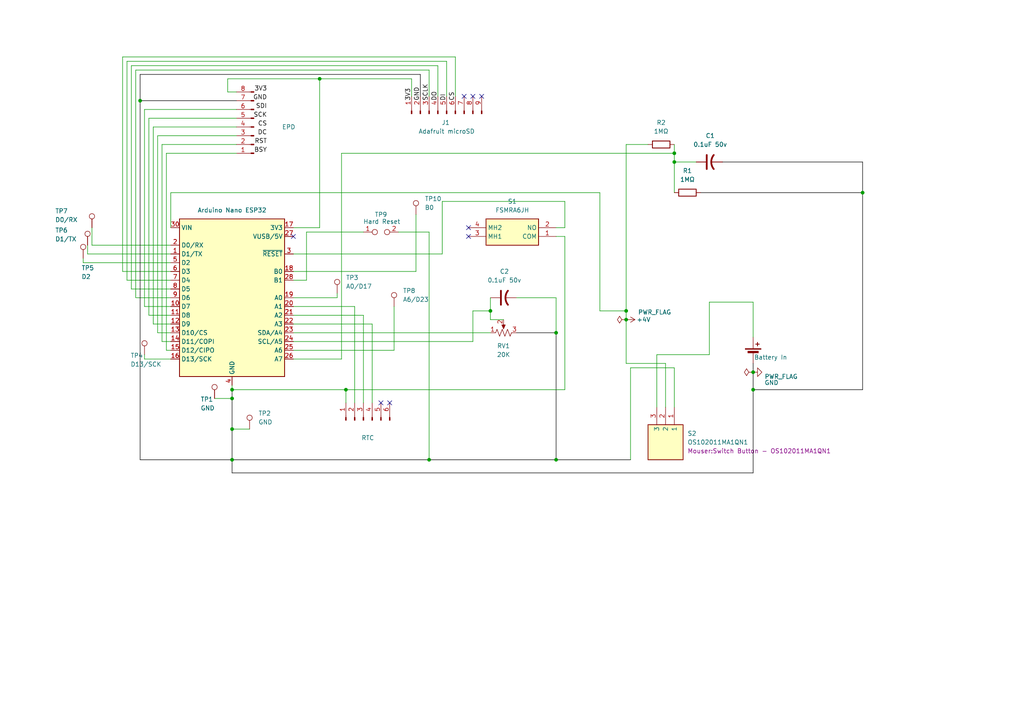
<source format=kicad_sch>
(kicad_sch (version 20250114) (generator "eeschema") (generator_version "9.0")
  (paper "A4")
  (title_block (title "Photo Frame") (rev "1.0") (company "Alessandro Crugnola"))
  (lib_symbols
    (symbol "Connector:Conn_01x06_Pin" (pin_names (offset 1.016) (hide yes))
      (property "Reference" "J" (at 0 7.62 0))
      (property "Value" "Conn_01x06_Pin" (at 0 -10.16 0))
      (symbol "Conn_01x06_Pin_1_1"
        (rectangle (start 0.8636 5.207) (end 0 4.953) (stroke (width 0.1524)) (fill (type outline)))
        (rectangle (start 0.8636 2.667) (end 0 2.413) (stroke (width 0.1524)) (fill (type outline)))
        (rectangle (start 0.8636 0.127) (end 0 -0.127) (stroke (width 0.1524)) (fill (type outline)))
        (rectangle (start 0.8636 -2.413) (end 0 -2.667) (stroke (width 0.1524)) (fill (type outline)))
        (rectangle (start 0.8636 -4.953) (end 0 -5.207) (stroke (width 0.1524)) (fill (type outline)))
        (rectangle (start 0.8636 -7.493) (end 0 -7.747) (stroke (width 0.1524)) (fill (type outline)))
        (polyline (pts (xy 1.27 5.08) (xy 0.8636 5.08)) (stroke (width 0.1524)))
        (polyline (pts (xy 1.27 2.54) (xy 0.8636 2.54)) (stroke (width 0.1524)))
        (polyline (pts (xy 1.27 0) (xy 0.8636 0)) (stroke (width 0.1524)))
        (polyline (pts (xy 1.27 -2.54) (xy 0.8636 -2.54)) (stroke (width 0.1524)))
        (polyline (pts (xy 1.27 -5.08) (xy 0.8636 -5.08)) (stroke (width 0.1524)))
        (polyline (pts (xy 1.27 -7.62) (xy 0.8636 -7.62)) (stroke (width 0.1524)))
        (pin passive line (at 5.08 5.08 180) (length 3.81) (name "Pin_1") (number "1"))
        (pin passive line (at 5.08 2.54 180) (length 3.81) (name "Pin_2") (number "2"))
        (pin passive line (at 5.08 0 180) (length 3.81) (name "Pin_3") (number "3"))
        (pin passive line (at 5.08 -2.54 180) (length 3.81) (name "Pin_4") (number "4"))
        (pin passive line (at 5.08 -5.08 180) (length 3.81) (name "Pin_5") (number "5"))
        (pin passive line (at 5.08 -7.62 180) (length 3.81) (name "Pin_6") (number "6"))
      )
    )
    (symbol "Connector:Conn_01x08_Pin" (pin_names (offset 1.016) (hide yes))
      (property "Reference" "J" (at 0 10.16 0))
      (property "Value" "Conn_01x08_Pin" (at 0 -12.7 0))
      (symbol "Conn_01x08_Pin_1_1"
        (rectangle (start 0.8636 7.747) (end 0 7.493) (stroke (width 0.1524)) (fill (type outline)))
        (rectangle (start 0.8636 5.207) (end 0 4.953) (stroke (width 0.1524)) (fill (type outline)))
        (rectangle (start 0.8636 2.667) (end 0 2.413) (stroke (width 0.1524)) (fill (type outline)))
        (rectangle (start 0.8636 0.127) (end 0 -0.127) (stroke (width 0.1524)) (fill (type outline)))
        (rectangle (start 0.8636 -2.413) (end 0 -2.667) (stroke (width 0.1524)) (fill (type outline)))
        (rectangle (start 0.8636 -4.953) (end 0 -5.207) (stroke (width 0.1524)) (fill (type outline)))
        (rectangle (start 0.8636 -7.493) (end 0 -7.747) (stroke (width 0.1524)) (fill (type outline)))
        (rectangle (start 0.8636 -10.033) (end 0 -10.287) (stroke (width 0.1524)) (fill (type outline)))
        (polyline (pts (xy 1.27 7.62) (xy 0.8636 7.62)) (stroke (width 0.1524)))
        (polyline (pts (xy 1.27 5.08) (xy 0.8636 5.08)) (stroke (width 0.1524)))
        (polyline (pts (xy 1.27 2.54) (xy 0.8636 2.54)) (stroke (width 0.1524)))
        (polyline (pts (xy 1.27 0) (xy 0.8636 0)) (stroke (width 0.1524)))
        (polyline (pts (xy 1.27 -2.54) (xy 0.8636 -2.54)) (stroke (width 0.1524)))
        (polyline (pts (xy 1.27 -5.08) (xy 0.8636 -5.08)) (stroke (width 0.1524)))
        (polyline (pts (xy 1.27 -7.62) (xy 0.8636 -7.62)) (stroke (width 0.1524)))
        (polyline (pts (xy 1.27 -10.16) (xy 0.8636 -10.16)) (stroke (width 0.1524)))
        (pin passive line (at 5.08 7.62 180) (length 3.81) (name "Pin_1") (number "1"))
        (pin passive line (at 5.08 5.08 180) (length 3.81) (name "Pin_2") (number "2"))
        (pin passive line (at 5.08 2.54 180) (length 3.81) (name "Pin_3") (number "3"))
        (pin passive line (at 5.08 0 180) (length 3.81) (name "Pin_4") (number "4"))
        (pin passive line (at 5.08 -2.54 180) (length 3.81) (name "Pin_5") (number "5"))
        (pin passive line (at 5.08 -5.08 180) (length 3.81) (name "Pin_6") (number "6"))
        (pin passive line (at 5.08 -7.62 180) (length 3.81) (name "Pin_7") (number "7"))
        (pin passive line (at 5.08 -10.16 180) (length 3.81) (name "Pin_8") (number "8"))
      )
    )
    (symbol "Connector:Conn_01x09_Pin" (pin_names (offset 1.016) (hide yes))
      (property "Reference" "J" (at 0 12.7 0))
      (property "Value" "Conn_01x09_Pin" (at 0 -12.7 0))
      (symbol "Conn_01x09_Pin_1_1"
        (rectangle (start 0.8636 10.287) (end 0 10.033) (stroke (width 0.1524)) (fill (type outline)))
        (rectangle (start 0.8636 7.747) (end 0 7.493) (stroke (width 0.1524)) (fill (type outline)))
        (rectangle (start 0.8636 5.207) (end 0 4.953) (stroke (width 0.1524)) (fill (type outline)))
        (rectangle (start 0.8636 2.667) (end 0 2.413) (stroke (width 0.1524)) (fill (type outline)))
        (rectangle (start 0.8636 0.127) (end 0 -0.127) (stroke (width 0.1524)) (fill (type outline)))
        (rectangle (start 0.8636 -2.413) (end 0 -2.667) (stroke (width 0.1524)) (fill (type outline)))
        (rectangle (start 0.8636 -4.953) (end 0 -5.207) (stroke (width 0.1524)) (fill (type outline)))
        (rectangle (start 0.8636 -7.493) (end 0 -7.747) (stroke (width 0.1524)) (fill (type outline)))
        (rectangle (start 0.8636 -10.033) (end 0 -10.287) (stroke (width 0.1524)) (fill (type outline)))
        (polyline (pts (xy 1.27 10.16) (xy 0.8636 10.16)) (stroke (width 0.1524)))
        (polyline (pts (xy 1.27 7.62) (xy 0.8636 7.62)) (stroke (width 0.1524)))
        (polyline (pts (xy 1.27 5.08) (xy 0.8636 5.08)) (stroke (width 0.1524)))
        (polyline (pts (xy 1.27 2.54) (xy 0.8636 2.54)) (stroke (width 0.1524)))
        (polyline (pts (xy 1.27 0) (xy 0.8636 0)) (stroke (width 0.1524)))
        (polyline (pts (xy 1.27 -2.54) (xy 0.8636 -2.54)) (stroke (width 0.1524)))
        (polyline (pts (xy 1.27 -5.08) (xy 0.8636 -5.08)) (stroke (width 0.1524)))
        (polyline (pts (xy 1.27 -7.62) (xy 0.8636 -7.62)) (stroke (width 0.1524)))
        (polyline (pts (xy 1.27 -10.16) (xy 0.8636 -10.16)) (stroke (width 0.1524)))
        (pin passive line (at 5.08 10.16 180) (length 3.81) (name "Pin_1") (number "1"))
        (pin passive line (at 5.08 7.62 180) (length 3.81) (name "Pin_2") (number "2"))
        (pin passive line (at 5.08 5.08 180) (length 3.81) (name "Pin_3") (number "3"))
        (pin passive line (at 5.08 2.54 180) (length 3.81) (name "Pin_4") (number "4"))
        (pin passive line (at 5.08 0 180) (length 3.81) (name "Pin_5") (number "5"))
        (pin passive line (at 5.08 -2.54 180) (length 3.81) (name "Pin_6") (number "6"))
        (pin passive line (at 5.08 -5.08 180) (length 3.81) (name "Pin_7") (number "7"))
        (pin passive line (at 5.08 -7.62 180) (length 3.81) (name "Pin_8") (number "8"))
        (pin passive line (at 5.08 -10.16 180) (length 3.81) (name "Pin_9") (number "9"))
      )
    )
    (symbol "Connector:TestPoint" (pin_numbers (hide yes)) (pin_names (offset 0.762) (hide yes))
      (property "Reference" "TP" (at 0 6.858 0))
      (property "Value" "TestPoint" (at 0 5.08 0))
      (symbol "TestPoint_0_1"
        (circle (center 0 3.302) (radius 0.762))
      )
      (symbol "TestPoint_1_1"
        (pin passive line (at 0 0 90) (length 2.54) (name "1") (number "1"))
      )
    )
    (symbol "Connector:TestPoint_2Pole" (pin_names (offset 0.762) (hide yes))
      (property "Reference" "TP" (at 0 1.524 0))
      (property "Value" "TestPoint_2Pole" (at 0 -1.778 0))
      (symbol "TestPoint_2Pole_0_1"
        (circle (center -1.778 0) (radius 0.762))
        (circle (center 1.778 0) (radius 0.762))
        (pin passive line (at -5.08 0 0) (length 2.54) (name "1") (number "1"))
        (pin passive line (at 5.08 0 180) (length 2.54) (name "2") (number "2"))
      )
    )
    (symbol "Device:Battery_Cell" (pin_numbers (hide yes)) (pin_names (offset 0) (hide yes))
      (property "Reference" "BT" (at 2.54 2.54 0))
      (property "Value" "Battery_Cell" (at 2.54 0 0))
      (symbol "Battery_Cell_0_1"
        (rectangle (start -2.286 1.778) (end 2.286 1.524) (fill (type outline)))
        (rectangle (start -1.524 1.016) (end 1.524 0.508) (fill (type outline)))
        (polyline (pts (xy 0 1.778) (xy 0 2.54)))
        (polyline (pts (xy 0 0.762) (xy 0 0)))
        (polyline (pts (xy 0.762 3.048) (xy 1.778 3.048)) (stroke (width 0.254)))
        (polyline (pts (xy 1.27 3.556) (xy 1.27 2.54)) (stroke (width 0.254)))
      )
      (symbol "Battery_Cell_1_1"
        (pin passive line (at 0 5.08 270) (length 2.54) (name "+") (number "1"))
        (pin passive line (at 0 -2.54 90) (length 2.54) (name "-") (number "2"))
      )
    )
    (symbol "Device:C_US" (pin_numbers (hide yes)) (pin_names (offset 0.254) (hide yes))
      (property "Reference" "C" (at 0.635 2.54 0))
      (property "Value" "C_US" (at 0.635 -2.54 0))
      (symbol "C_US_0_1"
        (polyline (pts (xy -2.032 0.762) (xy 2.032 0.762)) (stroke (width 0.508)))
        (arc (start -2.032 -1.27) (mid 0 -0.5572) (end 2.032 -1.27) (stroke (width 0.508)))
      )
      (symbol "C_US_1_1"
        (pin passive line (at 0 3.81 270) (length 2.794) (name "~") (number "1"))
        (pin passive line (at 0 -3.81 90) (length 3.302) (name "~") (number "2"))
      )
    )
    (symbol "Device:R" (pin_numbers (hide yes)) (pin_names (offset 0))
      (property "Reference" "R" (at 2.032 0 90))
      (property "Value" "R" (at 0 0 90))
      (symbol "R_0_1"
        (rectangle (start -1.016 -2.54) (end 1.016 2.54) (stroke (width 0.254)))
      )
      (symbol "R_1_1"
        (pin passive line (at 0 3.81 270) (length 1.27) (name "~") (number "1"))
        (pin passive line (at 0 -3.81 90) (length 1.27) (name "~") (number "2"))
      )
    )
    (symbol "Device:R_Potentiometer_US" (pin_names (offset 1.016) (hide yes))
      (property "Reference" "RV" (at -4.445 0 90))
      (property "Value" "R_Potentiometer_US" (at -2.54 0 90))
      (symbol "R_Potentiometer_US_0_1"
        (polyline (pts (xy 0 2.54) (xy 0 2.286)))
        (polyline (pts (xy 0 2.286) (xy 1.016 1.905) (xy 0 1.524) (xy -1.016 1.143) (xy 0 0.762)))
        (polyline (pts (xy 0 0.762) (xy 1.016 0.381) (xy 0 0) (xy -1.016 -0.381) (xy 0 -0.762)))
        (polyline (pts (xy 0 -0.762) (xy 1.016 -1.143) (xy 0 -1.524) (xy -1.016 -1.905) (xy 0 -2.286)))
        (polyline (pts (xy 0 -2.286) (xy 0 -2.54)))
        (polyline (pts (xy 1.143 0) (xy 2.286 0.508) (xy 2.286 -0.508) (xy 1.143 0)) (fill (type outline)))
        (polyline (pts (xy 2.54 0) (xy 1.524 0)))
      )
      (symbol "R_Potentiometer_US_1_1"
        (pin passive line (at 0 3.81 270) (length 1.27) (name "1") (number "1"))
        (pin passive line (at 0 -3.81 90) (length 1.27) (name "3") (number "3"))
        (pin passive line (at 3.81 0 180) (length 1.27) (name "2") (number "2"))
      )
    )
    (symbol "MCU_Module:Arduino_Nano_ESP32"
      (property "Reference" "A" (at -14.986 23.622 0))
      (property "Value" "Arduino_Nano_ESP32" (at 3.81 -25.654 0))
      (symbol "Arduino_Nano_ESP32_0_1"
        (rectangle (start -15.24 22.86) (end 15.24 -22.86) (stroke (width 0.254)) (fill (type background)))
      )
      (symbol "Arduino_Nano_ESP32_1_1"
        (pin power_in line (at -17.78 20.32 0) (length 2.54) (name "VIN") (number "30"))
        (pin bidirectional line (at -17.78 15.24 0) (length 2.54) (name "D0/RX") (number "2"))
        (pin bidirectional line (at -17.78 12.7 0) (length 2.54) (name "D1/TX") (number "1"))
        (pin bidirectional line (at -17.78 10.16 0) (length 2.54) (name "D2") (number "5"))
        (pin bidirectional line (at -17.78 7.62 0) (length 2.54) (name "D3") (number "6"))
        (pin bidirectional line (at -17.78 5.08 0) (length 2.54) (name "D4") (number "7"))
        (pin bidirectional line (at -17.78 2.54 0) (length 2.54) (name "D5") (number "8"))
        (pin bidirectional line (at -17.78 0 0) (length 2.54) (name "D6") (number "9"))
        (pin bidirectional line (at -17.78 -2.54 0) (length 2.54) (name "D7") (number "10"))
        (pin bidirectional line (at -17.78 -5.08 0) (length 2.54) (name "D8") (number "11"))
        (pin bidirectional line (at -17.78 -7.62 0) (length 2.54) (name "D9") (number "12"))
        (pin bidirectional line (at -17.78 -10.16 0) (length 2.54) (name "D10/CS") (number "13"))
        (pin bidirectional line (at -17.78 -12.7 0) (length 2.54) (name "D11/COPI") (number "14"))
        (pin bidirectional line (at -17.78 -15.24 0) (length 2.54) (name "D12/CIPO") (number "15"))
        (pin bidirectional line (at -17.78 -17.78 0) (length 2.54) (name "D13/SCK") (number "16"))
        (pin passive line (at 0 -25.4 90) (length 2.54) (hide yes) (name "GND") (number "29"))
        (pin power_in line (at 0 -25.4 90) (length 2.54) (name "GND") (number "4"))
        (pin power_out line (at 17.78 20.32 180) (length 2.54) (name "3V3") (number "17"))
        (pin power_out line (at 17.78 17.78 180) (length 2.54) (name "VUSB/5V") (number "27"))
        (pin input line (at 17.78 12.7 180) (length 2.54) (name "~{RESET}") (number "3"))
        (pin bidirectional line (at 17.78 7.62 180) (length 2.54) (name "B0") (number "18"))
        (pin bidirectional line (at 17.78 5.08 180) (length 2.54) (name "B1") (number "28"))
        (pin bidirectional line (at 17.78 0 180) (length 2.54) (name "A0") (number "19"))
        (pin bidirectional line (at 17.78 -2.54 180) (length 2.54) (name "A1") (number "20"))
        (pin bidirectional line (at 17.78 -5.08 180) (length 2.54) (name "A2") (number "21"))
        (pin bidirectional line (at 17.78 -7.62 180) (length 2.54) (name "A3") (number "22"))
        (pin bidirectional line (at 17.78 -10.16 180) (length 2.54) (name "SDA/A4") (number "23"))
        (pin bidirectional line (at 17.78 -12.7 180) (length 2.54) (name "SCL/A5") (number "24"))
        (pin bidirectional line (at 17.78 -15.24 180) (length 2.54) (name "A6") (number "25"))
        (pin bidirectional line (at 17.78 -17.78 180) (length 2.54) (name "A7") (number "26"))
      )
    )
    (symbol "Mouser Library:FSMRA6JH"
      (property "Reference" "S" (at 21.59 7.62 0))
      (property "Value" "FSMRA6JH" (at 21.59 5.08 0))
      (symbol "FSMRA6JH_1_1"
        (rectangle (start 5.08 2.54) (end 20.32 -5.08) (stroke (width 0.254)) (fill (type background)))
        (pin passive line (at 0 0 0) (length 5.08) (name "COM") (number "1"))
        (pin passive line (at 0 -2.54 0) (length 5.08) (name "NO") (number "2"))
        (pin passive line (at 25.4 0 180) (length 5.08) (name "MH1") (number "3"))
        (pin passive line (at 25.4 -2.54 180) (length 5.08) (name "MH2") (number "4"))
      )
    )
    (symbol "Mouser Library:OS102011MA1QN1"
      (property "Reference" "S" (at 8.89 20.32 0))
      (property "Value" "OS102011MA1QN1" (at 8.89 17.78 0))
      (symbol "OS102011MA1QN1_1_1"
        (rectangle (start -2.54 15.24) (end 7.62 5.08) (stroke (width 0.254)) (fill (type background)))
        (pin passive line (at 0 0 90) (length 5.08) (name "1") (number "1"))
        (pin passive line (at 2.54 0 90) (length 5.08) (name "2") (number "2"))
        (pin passive line (at 5.08 0 90) (length 5.08) (name "3") (number "3"))
      )
    )
    (symbol "power:+4V" (power) (pin_numbers (hide yes)) (pin_names (offset 0) (hide yes))
      (property "Value" "+4V" (at 0 3.556 0))
      (symbol "+4V_0_1"
        (polyline (pts (xy -0.762 1.27) (xy 0 2.54)))
        (polyline (pts (xy 0 2.54) (xy 0.762 1.27)))
        (polyline (pts (xy 0 0) (xy 0 2.54)))
      )
      (symbol "+4V_1_1"
        (pin power_in line (at 0 0 90) (length 0) (name "~") (number "1"))
      )
    )
    (symbol "power:GND" (power) (pin_numbers (hide yes)) (pin_names (offset 0) (hide yes))
      (property "Value" "GND" (at 0 -3.81 0))
      (symbol "GND_0_1"
        (polyline (pts (xy 0 0) (xy 0 -1.27) (xy 1.27 -1.27) (xy 0 -2.54) (xy -1.27 -1.27) (xy 0 -1.27)))
      )
      (symbol "GND_1_1"
        (pin power_in line (at 0 0 270) (length 0) (name "~") (number "1"))
      )
    )
    (symbol "power:PWR_FLAG" (power) (pin_numbers (hide yes)) (pin_names (offset 0) (hide yes))
      (property "Value" "PWR_FLAG" (at 0 3.81 0))
      (symbol "PWR_FLAG_0_0"
        (pin power_out line (at 0 0 90) (length 0) (name "~") (number "1"))
      )
      (symbol "PWR_FLAG_0_1"
        (polyline (pts (xy 0 0) (xy 0 1.27) (xy -1.016 1.905) (xy 0 2.54) (xy 1.016 1.905) (xy 0 1.27)))
      )
    )
  )
  (junction (at 92.71 22.86))
  (junction (at 250.19 55.88))
  (junction (at 218.44 113.03))
  (junction (at 67.31 113.03))
  (junction (at 181.61 90.17))
  (junction (at 195.58 46.99))
  (junction (at 181.61 92.71))
  (junction (at 67.31 124.46))
  (junction (at 67.31 133.35))
  (junction (at 218.44 107.95))
  (junction (at 195.58 44.45))
  (junction (at 161.29 96.52))
  (junction (at 67.31 115.57))
  (junction (at 100.33 113.03))
  (junction (at 142.24 90.17))
  (junction (at 40.64 29.21))
  (junction (at 161.29 133.35))
  (junction (at 124.46 133.35))
  (no_connect (at 139.7 27.94))
  (no_connect (at 134.62 27.94))
  (no_connect (at 85.09 68.58))
  (no_connect (at 137.16 27.94))
  (no_connect (at 113.03 116.84))
  (no_connect (at 135.89 68.58))
  (no_connect (at 110.49 116.84))
  (no_connect (at 135.89 66.04))
  (wire (pts (xy 99.06 104.14) (xy 99.06 44.45)))
  (wire (pts (xy 92.71 22.86) (xy 92.71 66.04)))
  (wire (pts (xy 85.09 96.52) (xy 142.24 96.52)))
  (wire (pts (xy 129.54 17.78) (xy 129.54 27.94)))
  (wire (pts (xy 193.04 105.41) (xy 193.04 118.11)))
  (wire (pts (xy 121.92 21.59) (xy 40.64 21.59)) (stroke (width 0) (color 0 0 0 1)))
  (wire (pts (xy 66.04 22.86) (xy 92.71 22.86)))
  (wire (pts (xy 67.31 111.76) (xy 67.31 113.03)))
  (wire (pts (xy 48.26 101.6) (xy 49.53 101.6)))
  (wire (pts (xy 181.61 105.41) (xy 181.61 92.71)))
  (wire (pts (xy 49.53 66.04) (xy 49.53 55.88)))
  (wire (pts (xy 195.58 118.11) (xy 195.58 106.68)))
  (wire (pts (xy 85.09 104.14) (xy 99.06 104.14)))
  (wire (pts (xy 35.56 16.51) (xy 35.56 78.74)))
  (wire (pts (xy 115.57 67.31) (xy 124.46 67.31)))
  (wire (pts (xy 124.46 20.32) (xy 124.46 27.94)))
  (wire (pts (xy 102.87 88.9) (xy 102.87 116.84)))
  (wire (pts (xy 218.44 87.63) (xy 218.44 97.79)))
  (wire (pts (xy 128.27 58.42) (xy 163.83 58.42)))
  (wire (pts (xy 250.19 46.99) (xy 250.19 55.88)) (stroke (width 0) (color 0 0 0 1)))
  (wire (pts (xy 107.95 93.98) (xy 107.95 116.84)))
  (wire (pts (xy 68.58 31.75) (xy 41.91 31.75)))
  (wire (pts (xy 161.29 96.52) (xy 161.29 133.35)) (stroke (width 0) (color 0 0 0 1)))
  (wire (pts (xy 39.37 20.32) (xy 124.46 20.32)))
  (wire (pts (xy 127 19.05) (xy 38.1 19.05)))
  (wire (pts (xy 68.58 34.29) (xy 43.18 34.29)))
  (wire (pts (xy 161.29 133.35) (xy 182.88 133.35)) (stroke (width 0) (color 0 0 0 1)))
  (wire (pts (xy 67.31 124.46) (xy 67.31 133.35)) (stroke (width 0) (color 0 0 0 1)))
  (wire (pts (xy 218.44 107.95) (xy 218.44 113.03)) (stroke (width 0) (color 0 0 0 1)))
  (wire (pts (xy 46.99 41.91) (xy 46.99 99.06)))
  (wire (pts (xy 190.5 102.87) (xy 205.74 102.87)))
  (wire (pts (xy 120.65 78.74) (xy 85.09 78.74)))
  (wire (pts (xy 45.72 39.37) (xy 45.72 96.52)))
  (wire (pts (xy 173.99 55.88) (xy 173.99 90.17)))
  (wire (pts (xy 36.83 81.28) (xy 49.53 81.28)))
  (wire (pts (xy 26.67 66.04) (xy 26.67 71.12)))
  (wire (pts (xy 119.38 22.86) (xy 119.38 27.94)))
  (wire (pts (xy 49.53 86.36) (xy 39.37 86.36)))
  (wire (pts (xy 149.86 86.36) (xy 161.29 86.36)))
  (wire (pts (xy 88.9 81.28) (xy 85.09 81.28)))
  (wire (pts (xy 163.83 113.03) (xy 163.83 68.58)))
  (wire (pts (xy 205.74 87.63) (xy 218.44 87.63)))
  (wire (pts (xy 105.41 91.44) (xy 105.41 116.84)))
  (wire (pts (xy 142.24 90.17) (xy 142.24 92.71)))
  (wire (pts (xy 43.18 34.29) (xy 43.18 91.44)))
  (wire (pts (xy 173.99 90.17) (xy 181.61 90.17)))
  (wire (pts (xy 218.44 105.41) (xy 218.44 107.95)) (stroke (width 0) (color 0 0 0 1)))
  (wire (pts (xy 142.24 92.71) (xy 146.05 92.71)))
  (wire (pts (xy 46.99 99.06) (xy 49.53 99.06)))
  (wire (pts (xy 40.64 21.59) (xy 40.64 29.21)) (stroke (width 0) (color 0 0 0 1)))
  (wire (pts (xy 67.31 133.35) (xy 124.46 133.35)) (stroke (width 0) (color 0 0 0 1)))
  (wire (pts (xy 114.3 101.6) (xy 85.09 101.6)))
  (wire (pts (xy 127 19.05) (xy 127 27.94)))
  (wire (pts (xy 88.9 67.31) (xy 88.9 81.28)))
  (wire (pts (xy 85.09 73.66) (xy 128.27 73.66)))
  (wire (pts (xy 67.31 124.46) (xy 72.39 124.46)))
  (wire (pts (xy 44.45 36.83) (xy 44.45 93.98)))
  (wire (pts (xy 142.24 86.36) (xy 142.24 90.17)))
  (wire (pts (xy 24.13 76.2) (xy 49.53 76.2)))
  (wire (pts (xy 48.26 44.45) (xy 48.26 101.6)))
  (wire (pts (xy 45.72 96.52) (xy 49.53 96.52)))
  (wire (pts (xy 25.4 73.66) (xy 49.53 73.66)))
  (wire (pts (xy 68.58 41.91) (xy 46.99 41.91)))
  (wire (pts (xy 68.58 29.21) (xy 40.64 29.21)) (stroke (width 0) (color 0 0 0 1)))
  (wire (pts (xy 218.44 137.16) (xy 67.31 137.16)) (stroke (width 0) (color 0 0 0 1)))
  (wire (pts (xy 163.83 68.58) (xy 161.29 68.58)))
  (wire (pts (xy 149.86 96.52) (xy 161.29 96.52)) (stroke (width 0) (color 0 0 0 1)))
  (wire (pts (xy 132.08 16.51) (xy 132.08 27.94)))
  (wire (pts (xy 39.37 86.36) (xy 39.37 20.32)))
  (wire (pts (xy 85.09 91.44) (xy 105.41 91.44)))
  (wire (pts (xy 67.31 115.57) (xy 67.31 124.46)) (stroke (width 0) (color 0 0 0 1)))
  (wire (pts (xy 163.83 66.04) (xy 161.29 66.04)))
  (wire (pts (xy 67.31 137.16) (xy 67.31 133.35)) (stroke (width 0) (color 0 0 0 1)))
  (wire (pts (xy 40.64 29.21) (xy 40.64 133.35)) (stroke (width 0) (color 0 0 0 1)))
  (wire (pts (xy 99.06 44.45) (xy 195.58 44.45)))
  (wire (pts (xy 114.3 88.9) (xy 114.3 101.6)))
  (wire (pts (xy 66.04 26.67) (xy 66.04 22.86)))
  (wire (pts (xy 67.31 113.03) (xy 100.33 113.03)))
  (wire (pts (xy 92.71 22.86) (xy 119.38 22.86)))
  (wire (pts (xy 36.83 17.78) (xy 36.83 81.28)))
  (wire (pts (xy 137.16 99.06) (xy 137.16 90.17)))
  (wire (pts (xy 132.08 16.51) (xy 35.56 16.51)))
  (wire (pts (xy 43.18 91.44) (xy 49.53 91.44)))
  (wire (pts (xy 195.58 106.68) (xy 182.88 106.68)))
  (wire (pts (xy 209.55 46.99) (xy 250.19 46.99)) (stroke (width 0) (color 0 0 0 1)))
  (wire (pts (xy 181.61 41.91) (xy 181.61 90.17)))
  (wire (pts (xy 205.74 102.87) (xy 205.74 87.63)))
  (wire (pts (xy 41.91 88.9) (xy 49.53 88.9)))
  (wire (pts (xy 218.44 113.03) (xy 218.44 137.16)) (stroke (width 0) (color 0 0 0 1)))
  (wire (pts (xy 100.33 113.03) (xy 163.83 113.03)))
  (wire (pts (xy 41.91 31.75) (xy 41.91 88.9)))
  (wire (pts (xy 35.56 78.74) (xy 49.53 78.74)))
  (wire (pts (xy 38.1 83.82) (xy 49.53 83.82)))
  (wire (pts (xy 203.2 55.88) (xy 250.19 55.88)) (stroke (width 0) (color 0 0 0 1)))
  (wire (pts (xy 121.92 21.59) (xy 121.92 27.94)) (stroke (width 0) (color 0 0 0 1)))
  (wire (pts (xy 129.54 17.78) (xy 36.83 17.78)))
  (wire (pts (xy 68.58 26.67) (xy 66.04 26.67)))
  (wire (pts (xy 85.09 99.06) (xy 137.16 99.06)))
  (wire (pts (xy 250.19 55.88) (xy 250.19 113.03)) (stroke (width 0) (color 0 0 0 1)))
  (wire (pts (xy 85.09 88.9) (xy 102.87 88.9)))
  (wire (pts (xy 38.1 19.05) (xy 38.1 83.82)))
  (wire (pts (xy 40.64 133.35) (xy 67.31 133.35)) (stroke (width 0) (color 0 0 0 1)))
  (wire (pts (xy 195.58 44.45) (xy 195.58 46.99)))
  (wire (pts (xy 105.41 67.31) (xy 88.9 67.31)))
  (wire (pts (xy 100.33 113.03) (xy 100.33 116.84)))
  (wire (pts (xy 181.61 92.71) (xy 181.61 90.17)))
  (wire (pts (xy 124.46 67.31) (xy 124.46 133.35)))
  (wire (pts (xy 26.67 71.12) (xy 49.53 71.12)))
  (wire (pts (xy 49.53 55.88) (xy 173.99 55.88)))
  (wire (pts (xy 190.5 102.87) (xy 190.5 118.11)))
  (wire (pts (xy 163.83 58.42) (xy 163.83 66.04)))
  (wire (pts (xy 41.91 104.14) (xy 49.53 104.14)))
  (wire (pts (xy 161.29 86.36) (xy 161.29 96.52)))
  (wire (pts (xy 137.16 90.17) (xy 142.24 90.17)))
  (wire (pts (xy 128.27 73.66) (xy 128.27 58.42)))
  (wire (pts (xy 24.13 74.93) (xy 24.13 76.2)))
  (wire (pts (xy 68.58 36.83) (xy 44.45 36.83)))
  (wire (pts (xy 41.91 102.87) (xy 41.91 104.14)))
  (wire (pts (xy 68.58 44.45) (xy 48.26 44.45)))
  (wire (pts (xy 181.61 105.41) (xy 193.04 105.41)))
  (wire (pts (xy 97.79 86.36) (xy 85.09 86.36)))
  (wire (pts (xy 85.09 66.04) (xy 92.71 66.04)))
  (wire (pts (xy 85.09 93.98) (xy 107.95 93.98)))
  (wire (pts (xy 124.46 133.35) (xy 161.29 133.35)) (stroke (width 0) (color 0 0 0 1)))
  (wire (pts (xy 62.23 115.57) (xy 67.31 115.57)))
  (wire (pts (xy 120.65 62.23) (xy 120.65 78.74)))
  (wire (pts (xy 187.96 41.91) (xy 181.61 41.91)))
  (wire (pts (xy 182.88 106.68) (xy 182.88 133.35)))
  (wire (pts (xy 195.58 41.91) (xy 195.58 44.45)))
  (wire (pts (xy 195.58 46.99) (xy 195.58 55.88)))
  (wire (pts (xy 97.79 86.36) (xy 97.79 85.09)))
  (wire (pts (xy 25.4 71.12) (xy 25.4 73.66)))
  (wire (pts (xy 201.93 46.99) (xy 195.58 46.99)))
  (wire (pts (xy 44.45 93.98) (xy 49.53 93.98)))
  (wire (pts (xy 68.58 39.37) (xy 45.72 39.37)))
  (wire (pts (xy 218.44 113.03) (xy 250.19 113.03)) (stroke (width 0) (color 0 0 0 1)))
  (wire (pts (xy 67.31 113.03) (xy 67.31 115.57)) (stroke (width 0) (color 0 0 0 1)))
  (label "RST" (at 77.47 41.91 180))
  (label "3V3" (at 77.47 26.67 180))
  (label "GND" (at 77.47 29.21 180))
  (label "3V3" (at 119.38 29.21 90))
  (label "SDI" (at 77.47 31.75 180))
  (label "DC" (at 77.47 39.37 180))
  (label "BSY" (at 77.47 44.45 180))
  (label "DO" (at 127 29.21 90))
  (label "CS" (at 132.08 29.21 90))
  (label "SCK" (at 77.47 34.29 180))
  (label "DI" (at 129.54 29.21 90))
  (label "SCLK" (at 124.46 29.21 90))
  (label "CS" (at 77.47 36.83 180))
  (label "GND" (at 121.92 29.21 90))
  (symbol (lib_id "Connector:Conn_01x09_Pin") (at 129.54 33.02 90) (unit 1)
    (property "Reference" "J1" (at 129.286 35.56 90))
    (property "Value" "Adafruit microSD" (at 129.54 38.1 90))
    (property "Footprint" "Connector_PinHeader_2.54mm:PinHeader_1x09_P2.54mm_Vertical" (effects (hide yes)))
    (property "Description" "Generic connector, single row, 01x09, script generated" (effects (hide yes)))
  )
  (symbol (lib_id "Device:R") (at 191.77 41.91 90) (unit 1)
    (property "Reference" "R2" (at 191.77 35.56 90))
    (property "Value" "1MΩ" (at 191.77 38.1 90))
    (property "Footprint" "Resistor_THT:R_Axial_DIN0207_L6.3mm_D2.5mm_P7.62mm_Horizontal" (effects (hide yes)))
    (property "Description" "Resistor" (effects (hide yes)))
  )
  (symbol (lib_id "Connector:TestPoint_2Pole") (at 110.49 67.31 0) (unit 1)
    (property "Reference" "TP9" (at 110.49 62.23 0))
    (property "Value" "Hard Reset" (at 110.744 64.262 0))
    (property "Footprint" "TestPoint:TestPoint_2Pads_Pitch2.54mm_Drill0.8mm" (effects (hide yes)))
    (property "Description" "2-polar test point" (effects (hide yes)))
  )
  (symbol (lib_id "Device:C_US") (at 205.74 46.99 90) (unit 1)
    (property "Reference" "C1" (at 205.994 39.37 90))
    (property "Value" "0.1uF 50v" (at 205.994 41.91 90))
    (property "Footprint" "Capacitor_THT:CP_Radial_D4.0mm_P1.50mm" (effects (hide yes)))
    (property "Description" "capacitor, US symbol" (effects (hide yes)))
  )
  (symbol (lib_id "Connector:TestPoint") (at 97.79 85.09 0) (unit 1)
    (property "Reference" "TP3" (at 100.33 80.5179 0) (effects (justify left)))
    (property "Value" "A0/D17" (at 100.33 83.0579 0) (effects (justify left)))
    (property "Footprint" "TestPoint:TestPoint_Pad_D2.0mm" (effects (hide yes)))
    (property "Description" "test point" (effects (hide yes)))
  )
  (symbol (lib_id "power:+4V") (at 181.61 92.71 270) (unit 1)
    (property "Reference" "#PWR04" (effects (hide yes)))
    (property "Value" "+4V" (at 186.69 92.71 90))
    (property "Description" "Power symbol creates a global label with name \"+4V\"" (effects (hide yes)))
  )
  (symbol (lib_id "Mouser Library:FSMRA6JH") (at 161.29 68.58 180) (unit 1)
    (property "Reference" "S1" (at 148.59 58.42 0))
    (property "Value" "FSMRA6JH" (at 148.59 60.96 0))
    (property "Footprint" "Mouser:P&B Tactile Button Right Angle - FSMRA6JH" (effects (hide yes)))
    (property "Datasheet" "https://www.te.com/commerce/DocumentDelivery/DDEController?Action=srchrtrv&DocNm=1825027&DocType=Customer%20Drawing&DocLang=English&DocFormat=pdf&PartCntxt=1-1825027-7" (effects (hide yes)))
    (property "Description" "50 mA Tactile Switch, Round Actuator, NO, Copper Alloy, Silver Contact Plating, Low Profile, 24 VDC, Alcoswitch FSM" (effects (hide yes)))
    (property "Height" "7.01" (effects (hide yes)))
    (property "Mouser Part Number" "655-FSMRA6JH" (effects (hide yes)))
    (property "Mouser Price/Stock" "https://www.mouser.co.uk/ProductDetail/TE-Connectivity-PB/FSMRA6JH?qs=g%252BEszo6zu8NkDuHQpVqSQA%3D%3D" (effects (hide yes)))
    (property "Manufacturer_Name" "TE Connectivity" (effects (hide yes)))
    (property "Manufacturer_Part_Number" "FSMRA6JH" (effects (hide yes)))
  )
  (symbol (lib_id "Connector:TestPoint") (at 114.3 88.9 0) (unit 1)
    (property "Reference" "TP8" (at 116.84 84.3279 0) (effects (justify left)))
    (property "Value" "A6/D23" (at 116.84 86.8679 0) (effects (justify left)))
    (property "Footprint" "TestPoint:TestPoint_Pad_D2.0mm" (effects (hide yes)))
    (property "Description" "test point" (effects (hide yes)))
  )
  (symbol (lib_id "Connector:TestPoint") (at 25.4 71.12 0) (unit 1)
    (property "Reference" "TP6" (at 16.002 66.802 0) (effects (justify left)))
    (property "Value" "D1/TX" (at 16.002 69.342 0) (effects (justify left)))
    (property "Footprint" "TestPoint:TestPoint_Pad_D2.0mm" (effects (hide yes)))
    (property "Description" "test point" (effects (hide yes)))
  )
  (symbol (lib_id "Connector:TestPoint") (at 41.91 102.87 0) (unit 1)
    (property "Reference" "TP4" (at 37.846 103.124 0) (effects (justify left)))
    (property "Value" "D13/SCK" (at 37.846 105.664 0) (effects (justify left)))
    (property "Footprint" "TestPoint:TestPoint_Pad_D2.0mm" (effects (hide yes)))
    (property "Description" "test point" (effects (hide yes)))
  )
  (symbol (lib_id "Device:Battery_Cell") (at 218.44 102.87 0) (unit 1)
    (property "Reference" "BT1" (effects (hide yes)))
    (property "Value" "Battery In" (at 218.694 103.632 0) (effects (justify left)))
    (property "Footprint" "Connector_JST:JST_PH_S2B-PH-K_1x02_P2.00mm_Horizontal" (effects (hide yes)))
    (property "Description" "Single-cell battery" (effects (hide yes)))
  )
  (symbol (lib_id "Connector:TestPoint") (at 120.65 62.23 0) (unit 1)
    (property "Reference" "TP10" (at 123.19 57.6579 0) (effects (justify left)))
    (property "Value" "B0" (at 123.19 60.1979 0) (effects (justify left)))
    (property "Footprint" "TestPoint:TestPoint_Pad_D2.0mm" (effects (hide yes)))
    (property "Description" "test point" (effects (hide yes)))
  )
  (symbol (lib_id "Connector:Conn_01x08_Pin") (at 73.66 36.83 180) (unit 1)
    (property "Reference" "J2" (effects (hide yes)))
    (property "Value" "EPD" (at 81.788 36.83 0) (effects (justify right)))
    (property "Footprint" "Connector_PinHeader_2.54mm:PinHeader_1x08_P2.54mm_Vertical" (effects (hide yes)))
    (property "Description" "Generic connector, single row, 01x08, script generated" (effects (hide yes)))
  )
  (symbol (lib_id "Device:C_US") (at 146.05 86.36 90) (unit 1)
    (property "Reference" "C2" (at 146.304 78.74 90))
    (property "Value" "0.1uF 50v" (at 146.304 81.28 90))
    (property "Footprint" "Capacitor_THT:CP_Radial_D4.0mm_P1.50mm" (effects (hide yes)))
    (property "Description" "capacitor, US symbol" (effects (hide yes)))
  )
  (symbol (lib_id "Device:R_Potentiometer_US") (at 146.05 96.52 90) (unit 1)
    (property "Reference" "RV1" (at 146.05 100.33 90))
    (property "Value" "20K" (at 146.05 102.87 90))
    (property "Footprint" "Potentiometer_THT:Potentiometer_Alps_RK163_Single_Horizontal" (effects (hide yes)))
    (property "Description" "Potentiometer, US symbol" (effects (hide yes)))
  )
  (symbol (lib_id "Connector:TestPoint") (at 62.23 115.57 0) (unit 1)
    (property "Reference" "TP1" (at 58.166 115.824 0) (effects (justify left)))
    (property "Value" "GND" (at 58.166 118.364 0) (effects (justify left)))
    (property "Footprint" "TestPoint:TestPoint_Pad_2.5x2.5mm" (effects (hide yes)))
    (property "Description" "test point" (effects (hide yes)))
  )
  (symbol (lib_id "Device:R") (at 199.39 55.88 90) (unit 1)
    (property "Reference" "R1" (at 199.39 49.53 90))
    (property "Value" "1MΩ" (at 199.39 52.07 90))
    (property "Footprint" "Resistor_THT:R_Axial_DIN0207_L6.3mm_D2.5mm_P7.62mm_Horizontal" (effects (hide yes)))
    (property "Description" "Resistor" (effects (hide yes)))
  )
  (symbol (lib_id "MCU_Module:Arduino_Nano_ESP32") (at 67.31 86.36 0) (unit 1)
    (property "Reference" "A1" (effects (hide yes)))
    (property "Value" "Arduino Nano ESP32" (at 67.31 60.96 0))
    (property "Footprint" "Module:Arduino_Nano" (effects (hide yes)))
    (property "Datasheet" "https://docs.arduino.cc/resources/datasheets/ABX00083-datasheet.pdf" (effects (hide yes)))
    (property "Description" "Arduino Nano board based on the ESP32-S3 with a dual-core 240 MHz processor, 384 kB ROM, 512 kB SRAM. Operates at 3.3V, with 5V USB-C® input and 6-21V VIN. Features Wi-Fi®, Bluetooth® LE, digital and analog pins, and supports SPI, I2C, UART, I2S, and CAN." (effects (hide yes)))
  )
  (symbol (lib_id "Mouser Library:OS102011MA1QN1") (at 195.58 118.11 180) (unit 1)
    (property "Reference" "S2" (at 199.39 125.7299 0) (effects (justify right)))
    (property "Value" "OS102011MA1QN1" (at 199.39 128.2699 0) (effects (justify right)))
    (property "Footprint" "Mouser:Switch Button - OS102011MA1QN1" (at 199.39 130.8099 0) (effects (justify right)))
    (property "Datasheet" "https://www.ckswitches.com/media/1428/os.pdf" (effects (hide yes)))
    (property "Description" "Switch Slide Right Angle SPDT 0.1A 12VDC Through Hole Slide Switch SPDT On-On 0.1 A@ 12 V dc Slide" (effects (hide yes)))
    (property "Mouser Part Number" "611-OS102011MA1QN1" (effects (hide yes)))
    (property "Mouser Price/Stock" "https://www.mouser.co.uk/ProductDetail/CK/OS102011MA1QN1?qs=WtljUlYws5R6MUgHcLkz4w%3D%3D" (effects (hide yes)))
    (property "Manufacturer_Name" "C & K COMPONENTS" (effects (hide yes)))
    (property "Manufacturer_Part_Number" "OS102011MA1QN1" (effects (hide yes)))
  )
  (symbol (lib_id "power:PWR_FLAG") (at 181.61 92.71 90) (unit 1)
    (property "Reference" "#FLG02" (effects (hide yes)))
    (property "Value" "PWR_FLAG" (at 189.865 90.551 90))
    (property "Description" "Special symbol for telling ERC where power comes from" (effects (hide yes)))
  )
  (symbol (lib_id "power:GND") (at 218.44 107.95 90) (unit 1)
    (property "Reference" "#PWR01" (effects (hide yes)))
    (property "Value" "GND" (at 223.774 110.998 90))
    (property "Description" "Power symbol creates a global label with name \"GND\" , ground" (effects (hide yes)))
  )
  (symbol (lib_id "power:PWR_FLAG") (at 218.44 107.95 90) (unit 1)
    (property "Reference" "#FLG03" (effects (hide yes)))
    (property "Value" "PWR_FLAG" (at 226.568 109.22 90))
    (property "Description" "Special symbol for telling ERC where power comes from" (effects (hide yes)))
  )
  (symbol (lib_id "Connector:TestPoint") (at 72.39 124.46 0) (unit 1)
    (property "Reference" "TP2" (at 74.93 119.8879 0) (effects (justify left)))
    (property "Value" "GND" (at 74.93 122.4279 0) (effects (justify left)))
    (property "Footprint" "TestPoint:TestPoint_Pad_2.5x2.5mm" (effects (hide yes)))
    (property "Description" "test point" (effects (hide yes)))
  )
  (symbol (lib_id "Connector:TestPoint") (at 26.67 66.04 0) (unit 1)
    (property "Reference" "TP7" (at 16.002 61.214 0) (effects (justify left)))
    (property "Value" "D0/RX" (at 16.002 63.754 0) (effects (justify left)))
    (property "Footprint" "TestPoint:TestPoint_Pad_D2.0mm" (effects (hide yes)))
    (property "Description" "test point" (effects (hide yes)))
  )
  (symbol (lib_id "Connector:Conn_01x06_Pin") (at 105.41 121.92 90) (unit 1)
    (property "Reference" "J3" (effects (hide yes)))
    (property "Value" "RTC" (at 106.68 127 90))
    (property "Footprint" "Connector_PinHeader_2.54mm:PinHeader_1x06_P2.54mm_Vertical" (effects (hide yes)))
    (property "Description" "Generic connector, single row, 01x06, script generated" (effects (hide yes)))
  )
  (symbol (lib_id "Connector:TestPoint") (at 24.13 74.93 0) (unit 1)
    (property "Reference" "TP5" (at 23.622 77.724 0) (effects (justify left)))
    (property "Value" "D2" (at 23.622 80.264 0) (effects (justify left)))
    (property "Footprint" "TestPoint:TestPoint_Pad_D2.0mm" (effects (hide yes)))
    (property "Description" "test point" (effects (hide yes)))
  )
)
</source>
